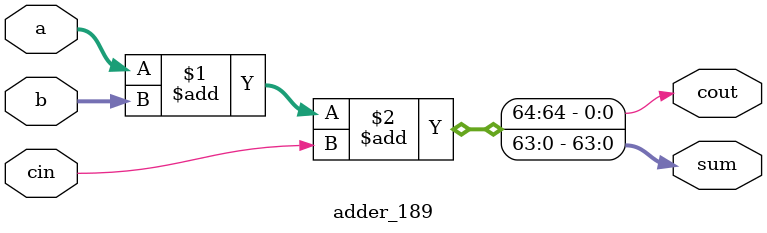
<source format=v>
`timescale 1ns / 1ps


module adder_189(a,b,cin,sum,cout);
parameter w=64;
input [w-1:0] a,b;
input cin;
output [w-1:0] sum;
output cout;

assign {cout,sum}=a+b+cin;

endmodule

</source>
